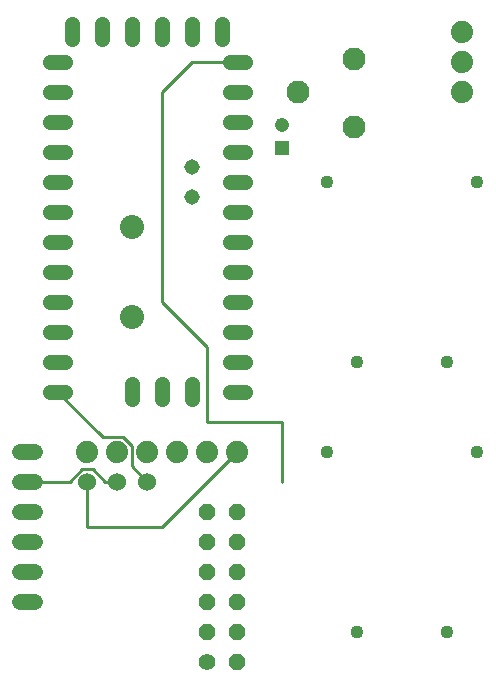
<source format=gbr>
G04 EAGLE Gerber RS-274X export*
G75*
%MOMM*%
%FSLAX34Y34*%
%LPD*%
%INTop Copper*%
%IPPOS*%
%AMOC8*
5,1,8,0,0,1.08239X$1,22.5*%
G01*
%ADD10C,1.950000*%
%ADD11C,1.308000*%
%ADD12C,1.308000*%
%ADD13C,1.320800*%
%ADD14C,1.422400*%
%ADD15P,1.539592X8X112.500000*%
%ADD16C,1.524000*%
%ADD17C,1.879600*%
%ADD18C,1.108000*%
%ADD19C,2.032000*%
%ADD20R,1.208000X1.208000*%
%ADD21C,1.208000*%
%ADD22C,0.254000*%


D10*
X365760Y503080D03*
X365760Y561080D03*
X317760Y533080D03*
D11*
X127000Y577660D02*
X127000Y590740D01*
X152400Y590740D02*
X152400Y577660D01*
X177800Y577660D02*
X177800Y590740D01*
X203200Y590740D02*
X203200Y577660D01*
X228600Y577660D02*
X228600Y590740D01*
X254000Y590740D02*
X254000Y577660D01*
X120840Y558800D02*
X107760Y558800D01*
X107760Y533400D02*
X120840Y533400D01*
X120840Y508000D02*
X107760Y508000D01*
X107760Y482600D02*
X120840Y482600D01*
X120840Y457200D02*
X107760Y457200D01*
X107760Y431800D02*
X120840Y431800D01*
X120840Y406400D02*
X107760Y406400D01*
X107760Y381000D02*
X120840Y381000D01*
X120840Y355600D02*
X107760Y355600D01*
X107760Y330200D02*
X120840Y330200D01*
X120840Y304800D02*
X107760Y304800D01*
X107760Y279400D02*
X120840Y279400D01*
X260160Y558800D02*
X273240Y558800D01*
X273240Y533400D02*
X260160Y533400D01*
X260160Y508000D02*
X273240Y508000D01*
X273240Y482600D02*
X260160Y482600D01*
X260160Y457200D02*
X273240Y457200D01*
X273240Y431800D02*
X260160Y431800D01*
X260160Y406400D02*
X273240Y406400D01*
X273240Y381000D02*
X260160Y381000D01*
X260160Y355600D02*
X273240Y355600D01*
X273240Y330200D02*
X260160Y330200D01*
X260160Y304800D02*
X273240Y304800D01*
X273240Y279400D02*
X260160Y279400D01*
X228600Y285940D02*
X228600Y272860D01*
X203200Y272860D02*
X203200Y285940D01*
X177800Y285940D02*
X177800Y272860D01*
D12*
X228600Y469900D03*
X228600Y444500D03*
D13*
X95504Y228600D02*
X82296Y228600D01*
X82296Y203200D02*
X95504Y203200D01*
X95504Y177800D02*
X82296Y177800D01*
X82296Y152400D02*
X95504Y152400D01*
X95504Y127000D02*
X82296Y127000D01*
X82296Y101600D02*
X95504Y101600D01*
D14*
X241300Y50800D03*
D15*
X266700Y50800D03*
X241300Y76200D03*
X266700Y76200D03*
X241300Y101600D03*
X266700Y101600D03*
X241300Y127000D03*
X266700Y127000D03*
X241300Y152400D03*
X266700Y152400D03*
X241300Y177800D03*
X266700Y177800D03*
D16*
X190500Y203200D03*
X165100Y203200D03*
X139700Y203200D03*
D17*
X139700Y228600D03*
X165100Y228600D03*
X190500Y228600D03*
X215900Y228600D03*
X241300Y228600D03*
X266700Y228600D03*
D18*
X342900Y228600D03*
X469900Y228600D03*
X444500Y76200D03*
X368300Y76200D03*
X342900Y457200D03*
X469900Y457200D03*
X444500Y304800D03*
X368300Y304800D03*
D17*
X457200Y584200D03*
X457200Y558800D03*
X457200Y533400D03*
D19*
X177800Y342900D03*
X177800Y419100D03*
D20*
X304800Y485300D03*
D21*
X304800Y505300D03*
D22*
X139700Y203200D02*
X139700Y165100D01*
X203200Y165100D02*
X266700Y228600D01*
X203200Y165100D02*
X139700Y165100D01*
X228600Y558800D02*
X266700Y558800D01*
X228600Y558800D02*
X203200Y533400D01*
X203200Y457200D01*
X203200Y355600D01*
X241300Y317500D01*
X241300Y254000D01*
X304800Y254000D01*
X304800Y203200D01*
X144014Y213614D02*
X135386Y213614D01*
X124972Y203200D02*
X88900Y203200D01*
X154428Y203200D02*
X165100Y203200D01*
X135386Y213614D02*
X124972Y203200D01*
X144014Y213614D02*
X154428Y203200D01*
X177292Y233650D02*
X170150Y240792D01*
X152908Y240792D02*
X114300Y279400D01*
X177292Y216408D02*
X190500Y203200D01*
X170150Y240792D02*
X152908Y240792D01*
X177292Y233650D02*
X177292Y216408D01*
M02*

</source>
